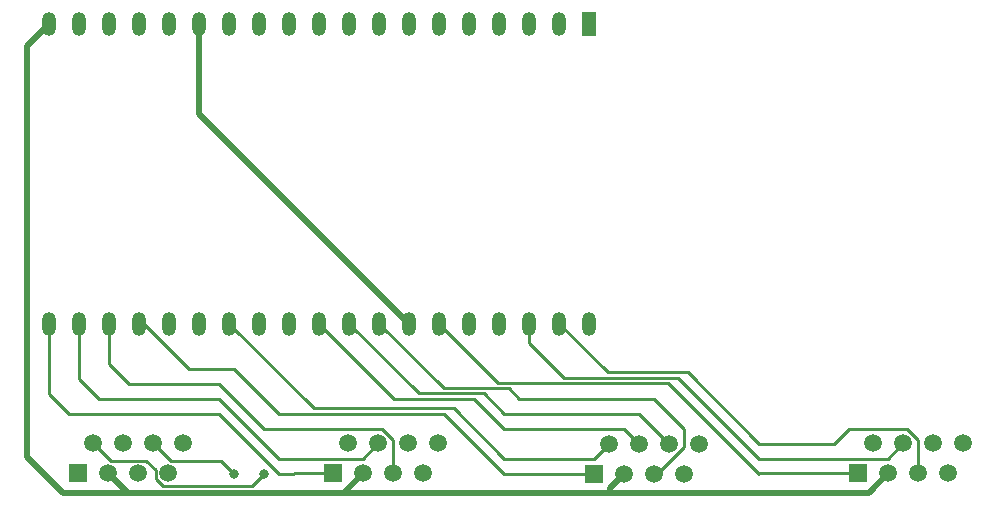
<source format=gbr>
%TF.GenerationSoftware,KiCad,Pcbnew,7.0.9*%
%TF.CreationDate,2023-12-13T16:36:40-05:00*%
%TF.ProjectId,Esp Controller,45737020-436f-46e7-9472-6f6c6c65722e,rev?*%
%TF.SameCoordinates,Original*%
%TF.FileFunction,Copper,L1,Top*%
%TF.FilePolarity,Positive*%
%FSLAX46Y46*%
G04 Gerber Fmt 4.6, Leading zero omitted, Abs format (unit mm)*
G04 Created by KiCad (PCBNEW 7.0.9) date 2023-12-13 16:36:40*
%MOMM*%
%LPD*%
G01*
G04 APERTURE LIST*
%TA.AperFunction,ComponentPad*%
%ADD10R,1.500000X1.500000*%
%TD*%
%TA.AperFunction,ComponentPad*%
%ADD11C,1.500000*%
%TD*%
%TA.AperFunction,ComponentPad*%
%ADD12R,1.200000X2.000000*%
%TD*%
%TA.AperFunction,ComponentPad*%
%ADD13O,1.200000X2.000000*%
%TD*%
%TA.AperFunction,ViaPad*%
%ADD14C,0.800000*%
%TD*%
%TA.AperFunction,Conductor*%
%ADD15C,0.500000*%
%TD*%
%TA.AperFunction,Conductor*%
%ADD16C,0.250000*%
%TD*%
G04 APERTURE END LIST*
D10*
%TO.P,J2,1*%
%TO.N,/Red2*%
X142240000Y-91440000D03*
D11*
%TO.P,J2,2*%
%TO.N,/Yel2*%
X143510000Y-88900000D03*
%TO.P,J2,3*%
%TO.N,/USBV*%
X144780000Y-91440000D03*
%TO.P,J2,4*%
%TO.N,/Blu2*%
X146050000Y-88900000D03*
%TO.P,J2,5*%
%TO.N,/Wht2*%
X147320000Y-91440000D03*
%TO.P,J2,6*%
%TO.N,/Grn2*%
X148590000Y-88900000D03*
%TO.P,J2,7*%
%TO.N,GND*%
X149860000Y-91440000D03*
%TO.P,J2,8*%
X151130000Y-88900000D03*
%TD*%
D10*
%TO.P,J3,1*%
%TO.N,/Red3*%
X120177500Y-91420000D03*
D11*
%TO.P,J3,2*%
%TO.N,/Yel1*%
X121447500Y-88880000D03*
%TO.P,J3,3*%
%TO.N,/USBV*%
X122717500Y-91420000D03*
%TO.P,J3,4*%
%TO.N,/Blu3*%
X123987500Y-88880000D03*
%TO.P,J3,5*%
%TO.N,/Wht3*%
X125257500Y-91420000D03*
%TO.P,J3,6*%
%TO.N,/Grn1*%
X126527500Y-88880000D03*
%TO.P,J3,7*%
%TO.N,GND*%
X127797500Y-91420000D03*
%TO.P,J3,8*%
X129067500Y-88880000D03*
%TD*%
D10*
%TO.P,J1,1*%
%TO.N,/Red1*%
X98587500Y-91420000D03*
D11*
%TO.P,J1,2*%
%TO.N,/Yel1*%
X99857500Y-88880000D03*
%TO.P,J1,3*%
%TO.N,/USBV*%
X101127500Y-91420000D03*
%TO.P,J1,4*%
%TO.N,/Blu1*%
X102397500Y-88880000D03*
%TO.P,J1,5*%
%TO.N,/Wht1*%
X103667500Y-91420000D03*
%TO.P,J1,6*%
%TO.N,/Grn1*%
X104937500Y-88880000D03*
%TO.P,J1,7*%
%TO.N,GND*%
X106207500Y-91420000D03*
%TO.P,J1,8*%
X107477500Y-88880000D03*
%TD*%
D10*
%TO.P,J4,1*%
%TO.N,/Red4*%
X164627500Y-91420000D03*
D11*
%TO.P,J4,2*%
%TO.N,/Yel2*%
X165897500Y-88880000D03*
%TO.P,J4,3*%
%TO.N,/USBV*%
X167167500Y-91420000D03*
%TO.P,J4,4*%
%TO.N,/Blu4*%
X168437500Y-88880000D03*
%TO.P,J4,5*%
%TO.N,/Wht4*%
X169707500Y-91420000D03*
%TO.P,J4,6*%
%TO.N,/Grn2*%
X170977500Y-88880000D03*
%TO.P,J4,7*%
%TO.N,GND*%
X172247500Y-91420000D03*
%TO.P,J4,8*%
X173517500Y-88880000D03*
%TD*%
D12*
%TO.P,U2,1,3V3*%
%TO.N,unconnected-(U2-3V3-Pad1)*%
X141823440Y-53340000D03*
D13*
%TO.P,U2,2,CHIP_PU*%
%TO.N,unconnected-(U2-CHIP_PU-Pad2)*%
X139283440Y-53340000D03*
%TO.P,U2,3,SENSOR_VP/GPIO36/ADC1_CH0*%
%TO.N,unconnected-(U2-SENSOR_VP{slash}GPIO36{slash}ADC1_CH0-Pad3)*%
X136743440Y-53340000D03*
%TO.P,U2,4,SENSOR_VN/GPIO39/ADC1_CH3*%
%TO.N,unconnected-(U2-SENSOR_VN{slash}GPIO39{slash}ADC1_CH3-Pad4)*%
X134203440Y-53340000D03*
%TO.P,U2,5,VDET_1/GPIO34/ADC1_CH6*%
%TO.N,unconnected-(U2-VDET_1{slash}GPIO34{slash}ADC1_CH6-Pad5)*%
X131663440Y-53340000D03*
%TO.P,U2,6,VDET_2/GPIO35/ADC1_CH7*%
%TO.N,unconnected-(U2-VDET_2{slash}GPIO35{slash}ADC1_CH7-Pad6)*%
X129123440Y-53340000D03*
%TO.P,U2,7,32K_XP/GPIO32/ADC1_CH4*%
%TO.N,unconnected-(U2-32K_XP{slash}GPIO32{slash}ADC1_CH4-Pad7)*%
X126583440Y-53340000D03*
%TO.P,U2,8,32K_XN/GPIO33/ADC1_CH5*%
%TO.N,unconnected-(U2-32K_XN{slash}GPIO33{slash}ADC1_CH5-Pad8)*%
X124043440Y-53340000D03*
%TO.P,U2,9,DAC_1/ADC2_CH8/GPIO25*%
%TO.N,/Wht1*%
X121503440Y-53340000D03*
%TO.P,U2,10,DAC_2/ADC2_CH9/GPIO26*%
%TO.N,/Grn1*%
X118963440Y-53340000D03*
%TO.P,U2,11,ADC2_CH7/GPIO27*%
%TO.N,/Blu1*%
X116423440Y-53340000D03*
%TO.P,U2,12,MTMS/GPIO14/ADC2_CH6*%
%TO.N,/Yel1*%
X113883440Y-53340000D03*
%TO.P,U2,13,MTDI/GPIO12/ADC2_CH5*%
%TO.N,/Red1*%
X111343440Y-53340000D03*
%TO.P,U2,14,GND*%
%TO.N,GND*%
X108803440Y-53340000D03*
%TO.P,U2,15,MTCK/GPIO13/ADC2_CH4*%
%TO.N,unconnected-(U2-MTCK{slash}GPIO13{slash}ADC2_CH4-Pad15)*%
X106263440Y-53340000D03*
%TO.P,U2,16,SD_DATA2/GPIO9*%
%TO.N,unconnected-(U2-SD_DATA2{slash}GPIO9-Pad16)*%
X103723440Y-53340000D03*
%TO.P,U2,17,SD_DATA3/GPIO10*%
%TO.N,unconnected-(U2-SD_DATA3{slash}GPIO10-Pad17)*%
X101183440Y-53340000D03*
%TO.P,U2,18,CMD*%
%TO.N,unconnected-(U2-CMD-Pad18)*%
X98643440Y-53340000D03*
%TO.P,U2,19,5V*%
%TO.N,/USBV*%
X96103440Y-53340000D03*
%TO.P,U2,20,SD_CLK/GPIO6*%
%TO.N,/Red3*%
X96106160Y-78736320D03*
%TO.P,U2,21,SD_DATA0/GPIO7*%
%TO.N,/Blu3*%
X98646160Y-78736320D03*
%TO.P,U2,22,SD_DATA1/GPIO8*%
%TO.N,/Wht3*%
X101183440Y-78740000D03*
%TO.P,U2,23,MTDO/GPIO15/ADC2_CH3*%
%TO.N,/Red2*%
X103723440Y-78740000D03*
%TO.P,U2,24,ADC2_CH2/GPIO2*%
%TO.N,unconnected-(U2-ADC2_CH2{slash}GPIO2-Pad24)*%
X106263440Y-78740000D03*
%TO.P,U2,25,GPIO0/BOOT/ADC2_CH1*%
%TO.N,unconnected-(U2-GPIO0{slash}BOOT{slash}ADC2_CH1-Pad25)*%
X108803440Y-78740000D03*
%TO.P,U2,26,ADC2_CH0/GPIO4*%
%TO.N,/Yel2*%
X111343440Y-78740000D03*
%TO.P,U2,27,GPIO16*%
%TO.N,unconnected-(U2-GPIO16-Pad27)*%
X113883440Y-78740000D03*
%TO.P,U2,28,GPIO17*%
%TO.N,unconnected-(U2-GPIO17-Pad28)*%
X116423440Y-78740000D03*
%TO.P,U2,29,GPIO5*%
%TO.N,/Blu2*%
X118963440Y-78740000D03*
%TO.P,U2,30,GPIO18*%
%TO.N,/Grn2*%
X121503440Y-78740000D03*
%TO.P,U2,31,GPIO19*%
%TO.N,/Wht2*%
X124043440Y-78740000D03*
%TO.P,U2,32,GND*%
%TO.N,GND*%
X126583440Y-78740000D03*
%TO.P,U2,33,GPIO21*%
%TO.N,/Red4*%
X129123440Y-78740000D03*
%TO.P,U2,34,U0RXD/GPIO3*%
%TO.N,unconnected-(U2-U0RXD{slash}GPIO3-Pad34)*%
X131663440Y-78740000D03*
%TO.P,U2,35,U0TXD/GPIO1*%
%TO.N,unconnected-(U2-U0TXD{slash}GPIO1-Pad35)*%
X134203440Y-78740000D03*
%TO.P,U2,36,GPIO22*%
%TO.N,/Blu4*%
X136743440Y-78740000D03*
%TO.P,U2,37,GPIO23*%
%TO.N,/Wht4*%
X139283440Y-78740000D03*
%TO.P,U2,38,GND*%
%TO.N,GND*%
X141823440Y-78740000D03*
%TD*%
D14*
%TO.N,/Yel1*%
X114300000Y-91440000D03*
%TO.N,/Grn1*%
X111760000Y-91440000D03*
%TD*%
D15*
%TO.N,/USBV*%
X94200000Y-55243440D02*
X96103440Y-53340000D01*
X94200000Y-90000000D02*
X94200000Y-55243440D01*
X97280000Y-93080000D02*
X94200000Y-90000000D01*
X102787500Y-93080000D02*
X97280000Y-93080000D01*
X143600000Y-92620000D02*
X144780000Y-91440000D01*
X143600000Y-93080000D02*
X143600000Y-92620000D01*
X143600000Y-93080000D02*
X165507500Y-93080000D01*
X121057500Y-93080000D02*
X143600000Y-93080000D01*
X165507500Y-93080000D02*
X167167500Y-91420000D01*
X121057500Y-93080000D02*
X122717500Y-91420000D01*
X102787500Y-93080000D02*
X121057500Y-93080000D01*
X101127500Y-91420000D02*
X102787500Y-93080000D01*
D16*
%TO.N,/Yel1*%
X113245000Y-92495000D02*
X114300000Y-91440000D01*
X104315000Y-90345000D02*
X105132500Y-91162500D01*
X105762220Y-92495000D02*
X113245000Y-92495000D01*
X105132500Y-91865280D02*
X105762220Y-92495000D01*
X101322500Y-90345000D02*
X104315000Y-90345000D01*
X105132500Y-91162500D02*
X105132500Y-91865280D01*
X99857500Y-88880000D02*
X101322500Y-90345000D01*
%TO.N,/Grn1*%
X110665000Y-90345000D02*
X111760000Y-91440000D01*
X106402500Y-90345000D02*
X110665000Y-90345000D01*
X104937500Y-88880000D02*
X106402500Y-90345000D01*
D15*
%TO.N,GND*%
X108803440Y-60960000D02*
X126583440Y-78740000D01*
X108803440Y-53340000D02*
X108803440Y-60960000D01*
D16*
%TO.N,/Red4*%
X156230000Y-91420000D02*
X164627500Y-91420000D01*
X156210000Y-91440000D02*
X156230000Y-91420000D01*
X134140000Y-83756560D02*
X148526560Y-83756560D01*
X148526560Y-83756560D02*
X156210000Y-91440000D01*
X129123440Y-78740000D02*
X134140000Y-83756560D01*
%TO.N,/Yel2*%
X130360000Y-85910000D02*
X134620000Y-90170000D01*
X111343440Y-78740000D02*
X118513440Y-85910000D01*
X142240000Y-90170000D02*
X143510000Y-88900000D01*
X134620000Y-90170000D02*
X142240000Y-90170000D01*
X118513440Y-85910000D02*
X130360000Y-85910000D01*
%TO.N,/Blu4*%
X156210000Y-90170000D02*
X167147500Y-90170000D01*
X149346560Y-83306560D02*
X156210000Y-90170000D01*
X136743440Y-78740000D02*
X136743440Y-80350000D01*
X167147500Y-90170000D02*
X168437500Y-88880000D01*
X139700000Y-83306560D02*
X149346560Y-83306560D01*
X136743440Y-80350000D02*
X139700000Y-83306560D01*
%TO.N,/Wht4*%
X150166560Y-82856560D02*
X156210000Y-88900000D01*
X162560000Y-88900000D02*
X163830000Y-87630000D01*
X168707780Y-87630000D02*
X169707500Y-88629720D01*
X143400000Y-82856560D02*
X150166560Y-82856560D01*
X169707500Y-88629720D02*
X169707500Y-91420000D01*
X156210000Y-88900000D02*
X162560000Y-88900000D01*
X139283440Y-78740000D02*
X143400000Y-82856560D01*
X163830000Y-87630000D02*
X168707780Y-87630000D01*
%TO.N,/Grn2*%
X121503440Y-78740000D02*
X127420000Y-84656560D01*
X127420000Y-84656560D02*
X132916560Y-84656560D01*
X132916560Y-84656560D02*
X134620000Y-86360000D01*
X146050000Y-86360000D02*
X148590000Y-88900000D01*
X134620000Y-86360000D02*
X146050000Y-86360000D01*
%TO.N,/Red3*%
X96106160Y-78736320D02*
X96106160Y-84676160D01*
X96106160Y-84676160D02*
X97790000Y-86360000D01*
X110490000Y-86360000D02*
X115570000Y-91440000D01*
X116860000Y-91420000D02*
X120177500Y-91420000D01*
X116840000Y-91440000D02*
X116860000Y-91420000D01*
X97790000Y-86360000D02*
X110490000Y-86360000D01*
X115570000Y-91440000D02*
X116840000Y-91440000D01*
%TO.N,/Blu3*%
X98646160Y-78736320D02*
X98646160Y-83406160D01*
X115570000Y-90170000D02*
X122697500Y-90170000D01*
X98646160Y-83406160D02*
X100330000Y-85090000D01*
X100330000Y-85090000D02*
X110490000Y-85090000D01*
X122697500Y-90170000D02*
X123987500Y-88880000D01*
X110490000Y-85090000D02*
X115570000Y-90170000D01*
%TO.N,/Wht3*%
X125257500Y-88629720D02*
X125257500Y-91420000D01*
X101183440Y-82133440D02*
X102870000Y-83820000D01*
X101183440Y-78740000D02*
X101183440Y-82133440D01*
X124257780Y-87630000D02*
X125257500Y-88629720D01*
X102870000Y-83820000D02*
X110490000Y-83820000D01*
X114300000Y-87630000D02*
X124257780Y-87630000D01*
X110490000Y-83820000D02*
X114300000Y-87630000D01*
%TO.N,/Red2*%
X107950000Y-82566560D02*
X111776560Y-82566560D01*
X103723440Y-78740000D02*
X104123440Y-78740000D01*
X104123440Y-78740000D02*
X107950000Y-82566560D01*
X115570000Y-86360000D02*
X129540000Y-86360000D01*
X129540000Y-86360000D02*
X134620000Y-91440000D01*
X111776560Y-82566560D02*
X115570000Y-86360000D01*
X134620000Y-91440000D02*
X142240000Y-91440000D01*
%TO.N,/Blu2*%
X134620000Y-87630000D02*
X144780000Y-87630000D01*
X132096560Y-85106560D02*
X134620000Y-87630000D01*
X125330000Y-85106560D02*
X132096560Y-85106560D01*
X118963440Y-78740000D02*
X125330000Y-85106560D01*
X144780000Y-87630000D02*
X146050000Y-88900000D01*
%TO.N,/Wht2*%
X124043440Y-78740000D02*
X129510000Y-84206560D01*
X147570280Y-91440000D02*
X147320000Y-91440000D01*
X147320000Y-85090000D02*
X149860000Y-87630000D01*
X149860000Y-87630000D02*
X149860000Y-89150280D01*
X135006560Y-84206560D02*
X135890000Y-85090000D01*
X129510000Y-84206560D02*
X135006560Y-84206560D01*
X135890000Y-85090000D02*
X147320000Y-85090000D01*
X149860000Y-89150280D02*
X147570280Y-91440000D01*
%TD*%
M02*

</source>
